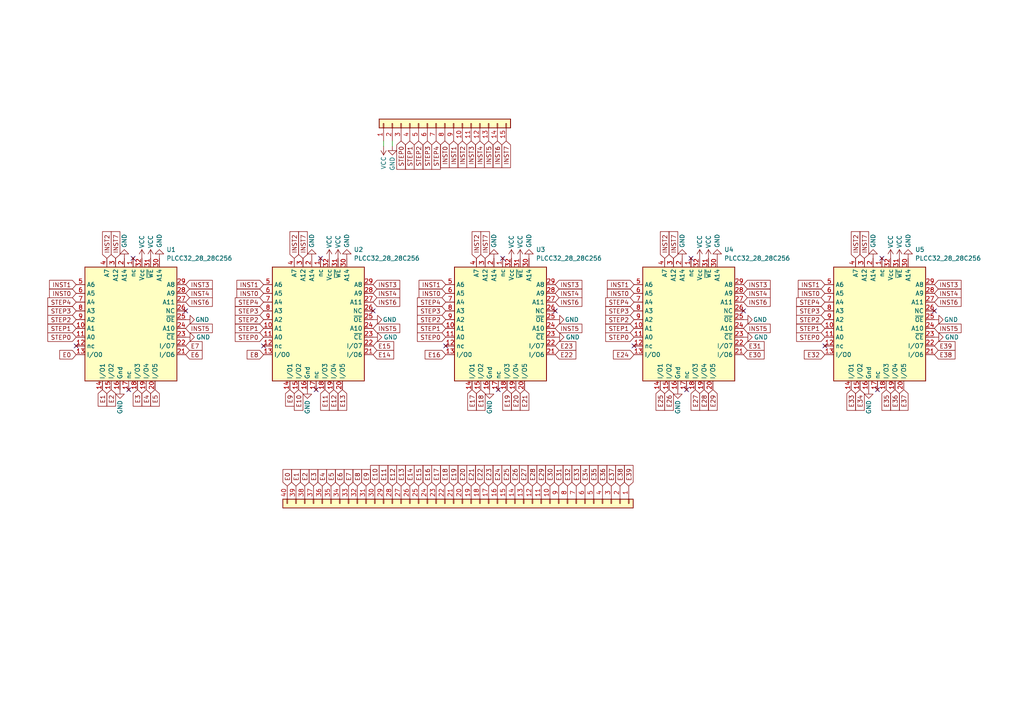
<source format=kicad_sch>
(kicad_sch (version 20211123) (generator eeschema)
  (paper "A4")
  (lib_symbols
    (symbol "Connector_Generic:Conn_01x15" (pin_names (offset 1.016) hide)
      (property "Reference" "J" (at 0 20.32 0))
      (property "Value" "Conn_01x15" (at 0 -20.32 0))
      (symbol "Conn_01x15_1_1"
        (rectangle (start -1.27 -17.653) (end 0 -17.907) (stroke (width 0.1524)))
        (rectangle (start -1.27 -15.113) (end 0 -15.367) (stroke (width 0.1524)))
        (rectangle (start -1.27 -12.573) (end 0 -12.827) (stroke (width 0.1524)))
        (rectangle (start -1.27 -10.033) (end 0 -10.287) (stroke (width 0.1524)))
        (rectangle (start -1.27 -7.493) (end 0 -7.747) (stroke (width 0.1524)))
        (rectangle (start -1.27 -4.953) (end 0 -5.207) (stroke (width 0.1524)))
        (rectangle (start -1.27 -2.413) (end 0 -2.667) (stroke (width 0.1524)))
        (rectangle (start -1.27 0.127) (end 0 -0.127) (stroke (width 0.1524)))
        (rectangle (start -1.27 2.667) (end 0 2.413) (stroke (width 0.1524)))
        (rectangle (start -1.27 5.207) (end 0 4.953) (stroke (width 0.1524)))
        (rectangle (start -1.27 7.747) (end 0 7.493) (stroke (width 0.1524)))
        (rectangle (start -1.27 10.287) (end 0 10.033) (stroke (width 0.1524)))
        (rectangle (start -1.27 12.827) (end 0 12.573) (stroke (width 0.1524)))
        (rectangle (start -1.27 15.367) (end 0 15.113) (stroke (width 0.1524)))
        (rectangle (start -1.27 17.907) (end 0 17.653) (stroke (width 0.1524)))
        (rectangle (start -1.27 19.05) (end 1.27 -19.05) (stroke (width 0.254)) (fill (type background)))
        (pin passive line (at -5.08 17.78 0) (length 3.81) (name "Pin_1") (number "1"))
        (pin passive line (at -5.08 -5.08 0) (length 3.81) (name "Pin_10") (number "10"))
        (pin passive line (at -5.08 -7.62 0) (length 3.81) (name "Pin_11") (number "11"))
        (pin passive line (at -5.08 -10.16 0) (length 3.81) (name "Pin_12") (number "12"))
        (pin passive line (at -5.08 -12.7 0) (length 3.81) (name "Pin_13") (number "13"))
        (pin passive line (at -5.08 -15.24 0) (length 3.81) (name "Pin_14") (number "14"))
        (pin passive line (at -5.08 -17.78 0) (length 3.81) (name "Pin_15") (number "15"))
        (pin passive line (at -5.08 15.24 0) (length 3.81) (name "Pin_2") (number "2"))
        (pin passive line (at -5.08 12.7 0) (length 3.81) (name "Pin_3") (number "3"))
        (pin passive line (at -5.08 10.16 0) (length 3.81) (name "Pin_4") (number "4"))
        (pin passive line (at -5.08 7.62 0) (length 3.81) (name "Pin_5") (number "5"))
        (pin passive line (at -5.08 5.08 0) (length 3.81) (name "Pin_6") (number "6"))
        (pin passive line (at -5.08 2.54 0) (length 3.81) (name "Pin_7") (number "7"))
        (pin passive line (at -5.08 0 0) (length 3.81) (name "Pin_8") (number "8"))
        (pin passive line (at -5.08 -2.54 0) (length 3.81) (name "Pin_9") (number "9"))
      )
    )
    (symbol "Connector_Generic:Conn_01x40" (pin_names (offset 1.016) hide)
      (property "Reference" "J" (at 0 50.8 0))
      (property "Value" "Conn_01x40" (at 0 -53.34 0))
      (symbol "Conn_01x40_1_1"
        (rectangle (start -1.27 -50.673) (end 0 -50.927) (stroke (width 0.1524)))
        (rectangle (start -1.27 -48.133) (end 0 -48.387) (stroke (width 0.1524)))
        (rectangle (start -1.27 -45.593) (end 0 -45.847) (stroke (width 0.1524)))
        (rectangle (start -1.27 -43.053) (end 0 -43.307) (stroke (width 0.1524)))
        (rectangle (start -1.27 -40.513) (end 0 -40.767) (stroke (width 0.1524)))
        (rectangle (start -1.27 -37.973) (end 0 -38.227) (stroke (width 0.1524)))
        (rectangle (start -1.27 -35.433) (end 0 -35.687) (stroke (width 0.1524)))
        (rectangle (start -1.27 -32.893) (end 0 -33.147) (stroke (width 0.1524)))
        (rectangle (start -1.27 -30.353) (end 0 -30.607) (stroke (width 0.1524)))
        (rectangle (start -1.27 -27.813) (end 0 -28.067) (stroke (width 0.1524)))
        (rectangle (start -1.27 -25.273) (end 0 -25.527) (stroke (width 0.1524)))
        (rectangle (start -1.27 -22.733) (end 0 -22.987) (stroke (width 0.1524)))
        (rectangle (start -1.27 -20.193) (end 0 -20.447) (stroke (width 0.1524)))
        (rectangle (start -1.27 -17.653) (end 0 -17.907) (stroke (width 0.1524)))
        (rectangle (start -1.27 -15.113) (end 0 -15.367) (stroke (width 0.1524)))
        (rectangle (start -1.27 -12.573) (end 0 -12.827) (stroke (width 0.1524)))
        (rectangle (start -1.27 -10.033) (end 0 -10.287) (stroke (width 0.1524)))
        (rectangle (start -1.27 -7.493) (end 0 -7.747) (stroke (width 0.1524)))
        (rectangle (start -1.27 -4.953) (end 0 -5.207) (stroke (width 0.1524)))
        (rectangle (start -1.27 -2.413) (end 0 -2.667) (stroke (width 0.1524)))
        (rectangle (start -1.27 0.127) (end 0 -0.127) (stroke (width 0.1524)))
        (rectangle (start -1.27 2.667) (end 0 2.413) (stroke (width 0.1524)))
        (rectangle (start -1.27 5.207) (end 0 4.953) (stroke (width 0.1524)))
        (rectangle (start -1.27 7.747) (end 0 7.493) (stroke (width 0.1524)))
        (rectangle (start -1.27 10.287) (end 0 10.033) (stroke (width 0.1524)))
        (rectangle (start -1.27 12.827) (end 0 12.573) (stroke (width 0.1524)))
        (rectangle (start -1.27 15.367) (end 0 15.113) (stroke (width 0.1524)))
        (rectangle (start -1.27 17.907) (end 0 17.653) (stroke (width 0.1524)))
        (rectangle (start -1.27 20.447) (end 0 20.193) (stroke (width 0.1524)))
        (rectangle (start -1.27 22.987) (end 0 22.733) (stroke (width 0.1524)))
        (rectangle (start -1.27 25.527) (end 0 25.273) (stroke (width 0.1524)))
        (rectangle (start -1.27 28.067) (end 0 27.813) (stroke (width 0.1524)))
        (rectangle (start -1.27 30.607) (end 0 30.353) (stroke (width 0.1524)))
        (rectangle (start -1.27 33.147) (end 0 32.893) (stroke (width 0.1524)))
        (rectangle (start -1.27 35.687) (end 0 35.433) (stroke (width 0.1524)))
        (rectangle (start -1.27 38.227) (end 0 37.973) (stroke (width 0.1524)))
        (rectangle (start -1.27 40.767) (end 0 40.513) (stroke (width 0.1524)))
        (rectangle (start -1.27 43.307) (end 0 43.053) (stroke (width 0.1524)))
        (rectangle (start -1.27 45.847) (end 0 45.593) (stroke (width 0.1524)))
        (rectangle (start -1.27 48.387) (end 0 48.133) (stroke (width 0.1524)))
        (rectangle (start -1.27 49.53) (end 1.27 -52.07) (stroke (width 0.254)) (fill (type background)))
        (pin passive line (at -5.08 48.26 0) (length 3.81) (name "Pin_1") (number "1"))
        (pin passive line (at -5.08 25.4 0) (length 3.81) (name "Pin_10") (number "10"))
        (pin passive line (at -5.08 22.86 0) (length 3.81) (name "Pin_11") (number "11"))
        (pin passive line (at -5.08 20.32 0) (length 3.81) (name "Pin_12") (number "12"))
        (pin passive line (at -5.08 17.78 0) (length 3.81) (name "Pin_13") (number "13"))
        (pin passive line (at -5.08 15.24 0) (length 3.81) (name "Pin_14") (number "14"))
        (pin passive line (at -5.08 12.7 0) (length 3.81) (name "Pin_15") (number "15"))
        (pin passive line (at -5.08 10.16 0) (length 3.81) (name "Pin_16") (number "16"))
        (pin passive line (at -5.08 7.62 0) (length 3.81) (name "Pin_17") (number "17"))
        (pin passive line (at -5.08 5.08 0) (length 3.81) (name "Pin_18") (number "18"))
        (pin passive line (at -5.08 2.54 0) (length 3.81) (name "Pin_19") (number "19"))
        (pin passive line (at -5.08 45.72 0) (length 3.81) (name "Pin_2") (number "2"))
        (pin passive line (at -5.08 0 0) (length 3.81) (name "Pin_20") (number "20"))
        (pin passive line (at -5.08 -2.54 0) (length 3.81) (name "Pin_21") (number "21"))
        (pin passive line (at -5.08 -5.08 0) (length 3.81) (name "Pin_22") (number "22"))
        (pin passive line (at -5.08 -7.62 0) (length 3.81) (name "Pin_23") (number "23"))
        (pin passive line (at -5.08 -10.16 0) (length 3.81) (name "Pin_24") (number "24"))
        (pin passive line (at -5.08 -12.7 0) (length 3.81) (name "Pin_25") (number "25"))
        (pin passive line (at -5.08 -15.24 0) (length 3.81) (name "Pin_26") (number "26"))
        (pin passive line (at -5.08 -17.78 0) (length 3.81) (name "Pin_27") (number "27"))
        (pin passive line (at -5.08 -20.32 0) (length 3.81) (name "Pin_28") (number "28"))
        (pin passive line (at -5.08 -22.86 0) (length 3.81) (name "Pin_29") (number "29"))
        (pin passive line (at -5.08 43.18 0) (length 3.81) (name "Pin_3") (number "3"))
        (pin passive line (at -5.08 -25.4 0) (length 3.81) (name "Pin_30") (number "30"))
        (pin passive line (at -5.08 -27.94 0) (length 3.81) (name "Pin_31") (number "31"))
        (pin passive line (at -5.08 -30.48 0) (length 3.81) (name "Pin_32") (number "32"))
        (pin passive line (at -5.08 -33.02 0) (length 3.81) (name "Pin_33") (number "33"))
        (pin passive line (at -5.08 -35.56 0) (length 3.81) (name "Pin_34") (number "34"))
        (pin passive line (at -5.08 -38.1 0) (length 3.81) (name "Pin_35") (number "35"))
        (pin passive line (at -5.08 -40.64 0) (length 3.81) (name "Pin_36") (number "36"))
        (pin passive line (at -5.08 -43.18 0) (length 3.81) (name "Pin_37") (number "37"))
        (pin passive line (at -5.08 -45.72 0) (length 3.81) (name "Pin_38") (number "38"))
        (pin passive line (at -5.08 -48.26 0) (length 3.81) (name "Pin_39") (number "39"))
        (pin passive line (at -5.08 40.64 0) (length 3.81) (name "Pin_4") (number "4"))
        (pin passive line (at -5.08 -50.8 0) (length 3.81) (name "Pin_40") (number "40"))
        (pin passive line (at -5.08 38.1 0) (length 3.81) (name "Pin_5") (number "5"))
        (pin passive line (at -5.08 35.56 0) (length 3.81) (name "Pin_6") (number "6"))
        (pin passive line (at -5.08 33.02 0) (length 3.81) (name "Pin_7") (number "7"))
        (pin passive line (at -5.08 30.48 0) (length 3.81) (name "Pin_8") (number "8"))
        (pin passive line (at -5.08 27.94 0) (length 3.81) (name "Pin_9") (number "9"))
      )
    )
    (symbol "Stephen:PLCC32_28_28C256"
      (property "Reference" "U" (at 19.05 -22.86 0))
      (property "Value" "PLCC32_28_28C256" (at 10.16 -20.32 0))
      (symbol "PLCC32_28_28C256_1_1"
        (rectangle (start -12.7 15.24) (end 13.97 -17.78) (stroke (width 0.254)) (fill (type background)))
        (pin no_connect line (at 1.27 17.78 270) (length 2.54) (name "nc") (number "1"))
        (pin input line (at -15.24 -2.54 0) (length 2.54) (name "A1") (number "10"))
        (pin input line (at -15.24 -5.08 0) (length 2.54) (name "A0") (number "11"))
        (pin no_connect line (at -15.24 -7.62 0) (length 2.54) (name "nc") (number "12"))
        (pin bidirectional line (at -15.24 -10.16 0) (length 2.54) (name "I/O0") (number "13"))
        (pin bidirectional line (at -7.62 -20.32 90) (length 2.54) (name "I/O1") (number "14"))
        (pin bidirectional line (at -5.08 -20.32 90) (length 2.54) (name "I/O2") (number "15"))
        (pin power_in line (at -2.54 -20.32 90) (length 2.54) (name "Gnd") (number "16"))
        (pin no_connect line (at 0 -20.32 90) (length 2.54) (name "nc") (number "17"))
        (pin bidirectional line (at 2.54 -20.32 90) (length 2.54) (name "I/O3") (number "18"))
        (pin bidirectional line (at 5.08 -20.32 90) (length 2.54) (name "I/O4") (number "19"))
        (pin input line (at -1.27 17.78 270) (length 2.54) (name "A14") (number "2"))
        (pin bidirectional line (at 7.62 -20.32 90) (length 2.54) (name "I/O5") (number "20"))
        (pin bidirectional line (at 16.51 -10.16 180) (length 2.54) (name "I/O6") (number "21"))
        (pin bidirectional line (at 16.51 -7.62 180) (length 2.54) (name "I/O7") (number "22"))
        (pin input line (at 16.51 -5.08 180) (length 2.54) (name "~{CE}") (number "23"))
        (pin input line (at 16.51 -2.54 180) (length 2.54) (name "A10") (number "24"))
        (pin input line (at 16.51 0 180) (length 2.54) (name "~{OE}") (number "25"))
        (pin no_connect line (at 16.51 2.54 180) (length 2.54) (name "NC") (number "26"))
        (pin input line (at 16.51 5.08 180) (length 2.54) (name "A11") (number "27"))
        (pin input line (at 16.51 7.62 180) (length 2.54) (name "A9") (number "28"))
        (pin input line (at 16.51 10.16 180) (length 2.54) (name "A8") (number "29"))
        (pin input line (at -3.81 17.78 270) (length 2.54) (name "A12") (number "3"))
        (pin input line (at 8.89 17.78 270) (length 2.54) (name "A14") (number "30"))
        (pin input line (at 6.35 17.78 270) (length 2.54) (name "~{WE}") (number "31"))
        (pin power_in line (at 3.81 17.78 270) (length 2.54) (name "Vcc") (number "32"))
        (pin input line (at -6.35 17.78 270) (length 2.54) (name "A7") (number "4"))
        (pin input line (at -15.24 10.16 0) (length 2.54) (name "A6") (number "5"))
        (pin input line (at -15.24 7.62 0) (length 2.54) (name "A5") (number "6"))
        (pin input line (at -15.24 5.08 0) (length 2.54) (name "A4") (number "7"))
        (pin input line (at -15.24 2.54 0) (length 2.54) (name "A3") (number "8"))
        (pin input line (at -15.24 0 0) (length 2.54) (name "A2") (number "9"))
      )
    )
    (symbol "power:GND" (power) (pin_names (offset 0))
      (property "Value" "GND" (at 0 -3.81 0))
      (symbol "GND_0_1"
        (polyline (pts (xy 0 0) (xy 0 -1.27) (xy 1.27 -1.27) (xy 0 -2.54) (xy -1.27 -1.27) (xy 0 -1.27)))
      )
      (symbol "GND_1_1"
        (pin power_in line (at 0 0 270) (length 0) hide (name "GND") (number "1"))
      )
    )
    (symbol "power:VCC" (power) (pin_names (offset 0))
      (property "Value" "VCC" (at 0 3.81 0))
      (symbol "VCC_0_1"
        (polyline (pts (xy -0.762 1.27) (xy 0 2.54)))
        (polyline (pts (xy 0 0) (xy 0 2.54)))
        (polyline (pts (xy 0 2.54) (xy 0.762 1.27)))
      )
      (symbol "VCC_1_1"
        (pin power_in line (at 0 0 90) (length 0) hide (name "VCC") (number "1"))
      )
    )
  )
  (no_connect (at 254.508 113.03))
  (no_connect (at 38.608 74.93))
  (no_connect (at 199.136 113.03))
  (no_connect (at 76.454 100.33))
  (no_connect (at 271.018 90.17))
  (no_connect (at 255.778 74.93))
  (no_connect (at 239.268 100.33))
  (no_connect (at 183.896 100.33))
  (no_connect (at 200.406 74.93))
  (no_connect (at 108.204 90.17))
  (no_connect (at 91.694 113.03))
  (no_connect (at 37.338 113.03))
  (no_connect (at 144.526 113.03))
  (no_connect (at 92.964 74.93))
  (no_connect (at 145.796 74.93))
  (no_connect (at 161.036 90.17))
  (no_connect (at 22.098 100.33))
  (no_connect (at 53.848 90.17))
  (no_connect (at 129.286 100.33))
  (no_connect (at 215.646 90.17))
  (wire (pts (xy 111.252 42.418) (xy 111.252 40.894)))
  (wire (pts (xy 113.792 42.418) (xy 113.792 40.894)))
  (global_label "INST6" (shape input) (at 215.646 87.63 0) (property "Intersheet References" "${INTERSHEET_REFS}" (effects hide)))
  (global_label "E9" (shape input) (at 84.074 113.03 270) (property "Intersheet References" "${INTERSHEET_REFS}" (effects hide)))
  (global_label "E12" (shape input) (at 96.774 113.03 270) (property "Intersheet References" "${INTERSHEET_REFS}" (effects hide)))
  (global_label "E10" (shape input) (at 108.712 140.97 90) (property "Intersheet References" "${INTERSHEET_REFS}" (effects hide)))
  (global_label "E39" (shape input) (at 182.372 140.97 90) (property "Intersheet References" "${INTERSHEET_REFS}" (effects hide)))
  (global_label "E21" (shape input) (at 136.652 140.97 90) (property "Intersheet References" "${INTERSHEET_REFS}" (effects hide)))
  (global_label "INST5" (shape input) (at 141.732 40.894 270) (property "Intersheet References" "${INTERSHEET_REFS}" (effects hide)))
  (global_label "INST4" (shape input) (at 108.204 85.09 0) (property "Intersheet References" "${INTERSHEET_REFS}" (effects hide)))
  (global_label "E13" (shape input) (at 99.314 113.03 270) (property "Intersheet References" "${INTERSHEET_REFS}" (effects hide)))
  (global_label "E38" (shape input) (at 271.018 102.87 0) (property "Intersheet References" "${INTERSHEET_REFS}" (effects hide)))
  (global_label "STEP4" (shape input) (at 76.454 87.63 180) (property "Intersheet References" "${INTERSHEET_REFS}" (effects hide)))
  (global_label "INST2" (shape input) (at 248.158 74.93 90) (property "Intersheet References" "${INTERSHEET_REFS}" (effects hide)))
  (global_label "INST0" (shape input) (at 239.268 85.09 180) (property "Intersheet References" "${INTERSHEET_REFS}" (effects hide)))
  (global_label "E17" (shape input) (at 126.492 140.97 90) (property "Intersheet References" "${INTERSHEET_REFS}" (effects hide)))
  (global_label "INST4" (shape input) (at 139.192 40.894 270) (property "Intersheet References" "${INTERSHEET_REFS}" (effects hide)))
  (global_label "INST2" (shape input) (at 134.112 40.894 270) (property "Intersheet References" "${INTERSHEET_REFS}" (effects hide)))
  (global_label "E19" (shape input) (at 147.066 113.03 270) (property "Intersheet References" "${INTERSHEET_REFS}" (effects hide)))
  (global_label "E28" (shape input) (at 204.216 113.03 270) (property "Intersheet References" "${INTERSHEET_REFS}" (effects hide)))
  (global_label "STEP0" (shape input) (at 183.896 97.79 180) (property "Intersheet References" "${INTERSHEET_REFS}" (effects hide)))
  (global_label "INST7" (shape input) (at 146.812 40.894 270) (property "Intersheet References" "${INTERSHEET_REFS}" (effects hide)))
  (global_label "STEP3" (shape input) (at 239.268 90.17 180) (property "Intersheet References" "${INTERSHEET_REFS}" (effects hide)))
  (global_label "STEP1" (shape input) (at 118.872 40.894 270) (property "Intersheet References" "${INTERSHEET_REFS}" (effects hide)))
  (global_label "STEP1" (shape input) (at 183.896 95.25 180) (property "Intersheet References" "${INTERSHEET_REFS}" (effects hide)))
  (global_label "E34" (shape input) (at 249.428 113.03 270) (property "Intersheet References" "${INTERSHEET_REFS}" (effects hide)))
  (global_label "STEP2" (shape input) (at 22.098 92.71 180) (property "Intersheet References" "${INTERSHEET_REFS}" (effects hide)))
  (global_label "STEP2" (shape input) (at 129.286 92.71 180) (property "Intersheet References" "${INTERSHEET_REFS}" (effects hide)))
  (global_label "E22" (shape input) (at 139.192 140.97 90) (property "Intersheet References" "${INTERSHEET_REFS}" (effects hide)))
  (global_label "INST5" (shape input) (at 215.646 95.25 0) (property "Intersheet References" "${INTERSHEET_REFS}" (effects hide)))
  (global_label "INST7" (shape input) (at 33.528 74.93 90) (property "Intersheet References" "${INTERSHEET_REFS}" (effects hide)))
  (global_label "E9" (shape input) (at 106.172 140.97 90) (property "Intersheet References" "${INTERSHEET_REFS}" (effects hide)))
  (global_label "INST6" (shape input) (at 144.272 40.894 270) (property "Intersheet References" "${INTERSHEET_REFS}" (effects hide)))
  (global_label "E3" (shape input) (at 90.932 140.97 90) (property "Intersheet References" "${INTERSHEET_REFS}" (effects hide)))
  (global_label "STEP2" (shape input) (at 76.454 92.71 180) (property "Intersheet References" "${INTERSHEET_REFS}" (effects hide)))
  (global_label "E13" (shape input) (at 116.332 140.97 90) (property "Intersheet References" "${INTERSHEET_REFS}" (effects hide)))
  (global_label "E11" (shape input) (at 94.234 113.03 270) (property "Intersheet References" "${INTERSHEET_REFS}" (effects hide)))
  (global_label "INST2" (shape input) (at 85.344 74.93 90) (property "Intersheet References" "${INTERSHEET_REFS}" (effects hide)))
  (global_label "INST0" (shape input) (at 129.286 85.09 180) (property "Intersheet References" "${INTERSHEET_REFS}" (effects hide)))
  (global_label "STEP3" (shape input) (at 76.454 90.17 180) (property "Intersheet References" "${INTERSHEET_REFS}" (effects hide)))
  (global_label "E7" (shape input) (at 101.092 140.97 90) (property "Intersheet References" "${INTERSHEET_REFS}" (effects hide)))
  (global_label "STEP3" (shape input) (at 22.098 90.17 180) (property "Intersheet References" "${INTERSHEET_REFS}" (effects hide)))
  (global_label "E24" (shape input) (at 183.896 102.87 180) (property "Intersheet References" "${INTERSHEET_REFS}" (effects hide)))
  (global_label "STEP4" (shape input) (at 126.492 40.894 270) (property "Intersheet References" "${INTERSHEET_REFS}" (effects hide)))
  (global_label "E4" (shape input) (at 42.418 113.03 270) (property "Intersheet References" "${INTERSHEET_REFS}" (effects hide)))
  (global_label "E29" (shape input) (at 156.972 140.97 90) (property "Intersheet References" "${INTERSHEET_REFS}" (effects hide)))
  (global_label "E31" (shape input) (at 162.052 140.97 90) (property "Intersheet References" "${INTERSHEET_REFS}" (effects hide)))
  (global_label "STEP2" (shape input) (at 239.268 92.71 180) (property "Intersheet References" "${INTERSHEET_REFS}" (effects hide)))
  (global_label "E32" (shape input) (at 239.268 102.87 180) (property "Intersheet References" "${INTERSHEET_REFS}" (effects hide)))
  (global_label "E28" (shape input) (at 154.432 140.97 90) (property "Intersheet References" "${INTERSHEET_REFS}" (effects hide)))
  (global_label "E20" (shape input) (at 134.112 140.97 90) (property "Intersheet References" "${INTERSHEET_REFS}" (effects hide)))
  (global_label "INST7" (shape input) (at 87.884 74.93 90) (property "Intersheet References" "${INTERSHEET_REFS}" (effects hide)))
  (global_label "STEP0" (shape input) (at 76.454 97.79 180) (property "Intersheet References" "${INTERSHEET_REFS}" (effects hide)))
  (global_label "E14" (shape input) (at 118.872 140.97 90) (property "Intersheet References" "${INTERSHEET_REFS}" (effects hide)))
  (global_label "E36" (shape input) (at 174.752 140.97 90) (property "Intersheet References" "${INTERSHEET_REFS}" (effects hide)))
  (global_label "E24" (shape input) (at 144.272 140.97 90) (property "Intersheet References" "${INTERSHEET_REFS}" (effects hide)))
  (global_label "E25" (shape input) (at 191.516 113.03 270) (property "Intersheet References" "${INTERSHEET_REFS}" (effects hide)))
  (global_label "E34" (shape input) (at 169.672 140.97 90) (property "Intersheet References" "${INTERSHEET_REFS}" (effects hide)))
  (global_label "INST1" (shape input) (at 76.454 82.55 180) (property "Intersheet References" "${INTERSHEET_REFS}" (effects hide)))
  (global_label "E2" (shape input) (at 32.258 113.03 270) (property "Intersheet References" "${INTERSHEET_REFS}" (effects hide)))
  (global_label "E36" (shape input) (at 259.588 113.03 270) (property "Intersheet References" "${INTERSHEET_REFS}" (effects hide)))
  (global_label "E7" (shape input) (at 53.848 100.33 0) (property "Intersheet References" "${INTERSHEET_REFS}" (effects hide)))
  (global_label "E0" (shape input) (at 83.312 140.97 90) (property "Intersheet References" "${INTERSHEET_REFS}" (effects hide)))
  (global_label "STEP0" (shape input) (at 116.332 40.894 270) (property "Intersheet References" "${INTERSHEET_REFS}" (effects hide)))
  (global_label "E27" (shape input) (at 201.676 113.03 270) (property "Intersheet References" "${INTERSHEET_REFS}" (effects hide)))
  (global_label "INST7" (shape input) (at 250.698 74.93 90) (property "Intersheet References" "${INTERSHEET_REFS}" (effects hide)))
  (global_label "INST6" (shape input) (at 161.036 87.63 0) (property "Intersheet References" "${INTERSHEET_REFS}" (effects hide)))
  (global_label "E30" (shape input) (at 215.646 102.87 0) (property "Intersheet References" "${INTERSHEET_REFS}" (effects hide)))
  (global_label "E8" (shape input) (at 103.632 140.97 90) (property "Intersheet References" "${INTERSHEET_REFS}" (effects hide)))
  (global_label "E5" (shape input) (at 96.012 140.97 90) (property "Intersheet References" "${INTERSHEET_REFS}" (effects hide)))
  (global_label "E33" (shape input) (at 246.888 113.03 270) (property "Intersheet References" "${INTERSHEET_REFS}" (effects hide)))
  (global_label "STEP2" (shape input) (at 121.412 40.894 270) (property "Intersheet References" "${INTERSHEET_REFS}" (effects hide)))
  (global_label "E20" (shape input) (at 149.606 113.03 270) (property "Intersheet References" "${INTERSHEET_REFS}" (effects hide)))
  (global_label "E4" (shape input) (at 93.472 140.97 90) (property "Intersheet References" "${INTERSHEET_REFS}" (effects hide)))
  (global_label "E14" (shape input) (at 108.204 102.87 0) (property "Intersheet References" "${INTERSHEET_REFS}" (effects hide)))
  (global_label "E3" (shape input) (at 39.878 113.03 270) (property "Intersheet References" "${INTERSHEET_REFS}" (effects hide)))
  (global_label "E23" (shape input) (at 161.036 100.33 0) (property "Intersheet References" "${INTERSHEET_REFS}" (effects hide)))
  (global_label "INST6" (shape input) (at 53.848 87.63 0) (property "Intersheet References" "${INTERSHEET_REFS}" (effects hide)))
  (global_label "STEP4" (shape input) (at 239.268 87.63 180) (property "Intersheet References" "${INTERSHEET_REFS}" (effects hide)))
  (global_label "E21" (shape input) (at 152.146 113.03 270) (property "Intersheet References" "${INTERSHEET_REFS}" (effects hide)))
  (global_label "INST3" (shape input) (at 53.848 82.55 0) (property "Intersheet References" "${INTERSHEET_REFS}" (effects hide)))
  (global_label "E6" (shape input) (at 98.552 140.97 90) (property "Intersheet References" "${INTERSHEET_REFS}" (effects hide)))
  (global_label "STEP4" (shape input) (at 22.098 87.63 180) (property "Intersheet References" "${INTERSHEET_REFS}" (effects hide)))
  (global_label "E32" (shape input) (at 164.592 140.97 90) (property "Intersheet References" "${INTERSHEET_REFS}" (effects hide)))
  (global_label "INST5" (shape input) (at 108.204 95.25 0) (property "Intersheet References" "${INTERSHEET_REFS}" (effects hide)))
  (global_label "STEP0" (shape input) (at 22.098 97.79 180) (property "Intersheet References" "${INTERSHEET_REFS}" (effects hide)))
  (global_label "E16" (shape input) (at 123.952 140.97 90) (property "Intersheet References" "${INTERSHEET_REFS}" (effects hide)))
  (global_label "INST6" (shape input) (at 271.018 87.63 0) (property "Intersheet References" "${INTERSHEET_REFS}" (effects hide)))
  (global_label "INST7" (shape input) (at 195.326 74.93 90) (property "Intersheet References" "${INTERSHEET_REFS}" (effects hide)))
  (global_label "E1" (shape input) (at 29.718 113.03 270) (property "Intersheet References" "${INTERSHEET_REFS}" (effects hide)))
  (global_label "INST6" (shape input) (at 108.204 87.63 0) (property "Intersheet References" "${INTERSHEET_REFS}" (effects hide)))
  (global_label "INST4" (shape input) (at 215.646 85.09 0) (property "Intersheet References" "${INTERSHEET_REFS}" (effects hide)))
  (global_label "E37" (shape input) (at 177.292 140.97 90) (property "Intersheet References" "${INTERSHEET_REFS}" (effects hide)))
  (global_label "STEP3" (shape input) (at 129.286 90.17 180) (property "Intersheet References" "${INTERSHEET_REFS}" (effects hide)))
  (global_label "STEP0" (shape input) (at 129.286 97.79 180) (property "Intersheet References" "${INTERSHEET_REFS}" (effects hide)))
  (global_label "E17" (shape input) (at 136.906 113.03 270) (property "Intersheet References" "${INTERSHEET_REFS}" (effects hide)))
  (global_label "INST0" (shape input) (at 22.098 85.09 180) (property "Intersheet References" "${INTERSHEET_REFS}" (effects hide)))
  (global_label "E11" (shape input) (at 111.252 140.97 90) (property "Intersheet References" "${INTERSHEET_REFS}" (effects hide)))
  (global_label "INST1" (shape input) (at 22.098 82.55 180) (property "Intersheet References" "${INTERSHEET_REFS}" (effects hide)))
  (global_label "INST4" (shape input) (at 271.018 85.09 0) (property "Intersheet References" "${INTERSHEET_REFS}" (effects hide)))
  (global_label "E15" (shape input) (at 121.412 140.97 90) (property "Intersheet References" "${INTERSHEET_REFS}" (effects hide)))
  (global_label "E22" (shape input) (at 161.036 102.87 0) (property "Intersheet References" "${INTERSHEET_REFS}" (effects hide)))
  (global_label "INST5" (shape input) (at 53.848 95.25 0) (property "Intersheet References" "${INTERSHEET_REFS}" (effects hide)))
  (global_label "INST2" (shape input) (at 138.176 74.93 90) (property "Intersheet References" "${INTERSHEET_REFS}" (effects hide)))
  (global_label "E18" (shape input) (at 139.446 113.03 270) (property "Intersheet References" "${INTERSHEET_REFS}" (effects hide)))
  (global_label "E37" (shape input) (at 262.128 113.03 270) (property "Intersheet References" "${INTERSHEET_REFS}" (effects hide)))
  (global_label "INST0" (shape input) (at 129.032 40.894 270) (property "Intersheet References" "${INTERSHEET_REFS}" (effects hide)))
  (global_label "INST1" (shape input) (at 129.286 82.55 180) (property "Intersheet References" "${INTERSHEET_REFS}" (effects hide)))
  (global_label "INST4" (shape input) (at 161.036 85.09 0) (property "Intersheet References" "${INTERSHEET_REFS}" (effects hide)))
  (global_label "E35" (shape input) (at 257.048 113.03 270) (property "Intersheet References" "${INTERSHEET_REFS}" (effects hide)))
  (global_label "E23" (shape input) (at 141.732 140.97 90) (property "Intersheet References" "${INTERSHEET_REFS}" (effects hide)))
  (global_label "E38" (shape input) (at 179.832 140.97 90) (property "Intersheet References" "${INTERSHEET_REFS}" (effects hide)))
  (global_label "E26" (shape input) (at 149.352 140.97 90) (property "Intersheet References" "${INTERSHEET_REFS}" (effects hide)))
  (global_label "E25" (shape input) (at 146.812 140.97 90) (property "Intersheet References" "${INTERSHEET_REFS}" (effects hide)))
  (global_label "INST3" (shape input) (at 161.036 82.55 0) (property "Intersheet References" "${INTERSHEET_REFS}" (effects hide)))
  (global_label "STEP1" (shape input) (at 129.286 95.25 180) (property "Intersheet References" "${INTERSHEET_REFS}" (effects hide)))
  (global_label "E30" (shape input) (at 159.512 140.97 90) (property "Intersheet References" "${INTERSHEET_REFS}" (effects hide)))
  (global_label "INST0" (shape input) (at 76.454 85.09 180) (property "Intersheet References" "${INTERSHEET_REFS}" (effects hide)))
  (global_label "E29" (shape input) (at 206.756 113.03 270) (property "Intersheet References" "${INTERSHEET_REFS}" (effects hide)))
  (global_label "E1" (shape input) (at 85.852 140.97 90) (property "Intersheet References" "${INTERSHEET_REFS}" (effects hide)))
  (global_label "E2" (shape input) (at 88.392 140.97 90) (property "Intersheet References" "${INTERSHEET_REFS}" (effects hide)))
  (global_label "E39" (shape input) (at 271.018 100.33 0) (property "Intersheet References" "${INTERSHEET_REFS}" (effects hide)))
  (global_label "STEP3" (shape input) (at 123.952 40.894 270) (property "Intersheet References" "${INTERSHEET_REFS}" (effects hide)))
  (global_label "E26" (shape input) (at 194.056 113.03 270) (property "Intersheet References" "${INTERSHEET_REFS}" (effects hide)))
  (global_label "STEP1" (shape input) (at 239.268 95.25 180) (property "Intersheet References" "${INTERSHEET_REFS}" (effects hide)))
  (global_label "E15" (shape input) (at 108.204 100.33 0) (property "Intersheet References" "${INTERSHEET_REFS}" (effects hide)))
  (global_label "INST1" (shape input) (at 183.896 82.55 180) (property "Intersheet References" "${INTERSHEET_REFS}" (effects hide)))
  (global_label "E5" (shape input) (at 44.958 113.03 270) (property "Intersheet References" "${INTERSHEET_REFS}" (effects hide)))
  (global_label "E16" (shape input) (at 129.286 102.87 180) (property "Intersheet References" "${INTERSHEET_REFS}" (effects hide)))
  (global_label "INST3" (shape input) (at 215.646 82.55 0) (property "Intersheet References" "${INTERSHEET_REFS}" (effects hide)))
  (global_label "INST3" (shape input) (at 271.018 82.55 0) (property "Intersheet References" "${INTERSHEET_REFS}" (effects hide)))
  (global_label "INST3" (shape input) (at 108.204 82.55 0) (property "Intersheet References" "${INTERSHEET_REFS}" (effects hide)))
  (global_label "E12" (shape input) (at 113.792 140.97 90) (property "Intersheet References" "${INTERSHEET_REFS}" (effects hide)))
  (global_label "STEP4" (shape input) (at 129.286 87.63 180) (property "Intersheet References" "${INTERSHEET_REFS}" (effects hide)))
  (global_label "INST0" (shape input) (at 183.896 85.09 180) (property "Intersheet References" "${INTERSHEET_REFS}" (effects hide)))
  (global_label "E10" (shape input) (at 86.614 113.03 270) (property "Intersheet References" "${INTERSHEET_REFS}" (effects hide)))
  (global_label "INST2" (shape input) (at 30.988 74.93 90) (property "Intersheet References" "${INTERSHEET_REFS}" (effects hide)))
  (global_label "E31" (shape input) (at 215.646 100.33 0) (property "Intersheet References" "${INTERSHEET_REFS}" (effects hide)))
  (global_label "E19" (shape input) (at 131.572 140.97 90) (property "Intersheet References" "${INTERSHEET_REFS}" (effects hide)))
  (global_label "E33" (shape input) (at 167.132 140.97 90) (property "Intersheet References" "${INTERSHEET_REFS}" (effects hide)))
  (global_label "INST7" (shape input) (at 140.716 74.93 90) (property "Intersheet References" "${INTERSHEET_REFS}" (effects hide)))
  (global_label "INST1" (shape input) (at 131.572 40.894 270) (property "Intersheet References" "${INTERSHEET_REFS}" (effects hide)))
  (global_label "STEP2" (shape input) (at 183.896 92.71 180) (property "Intersheet References" "${INTERSHEET_REFS}" (effects hide)))
  (global_label "STEP0" (shape input) (at 239.268 97.79 180) (property "Intersheet References" "${INTERSHEET_REFS}" (effects hide)))
  (global_label "STEP1" (shape input) (at 76.454 95.25 180) (property "Intersheet References" "${INTERSHEET_REFS}" (effects hide)))
  (global_label "E27" (shape input) (at 151.892 140.97 90) (property "Intersheet References" "${INTERSHEET_REFS}" (effects hide)))
  (global_label "STEP4" (shape input) (at 183.896 87.63 180) (property "Intersheet References" "${INTERSHEET_REFS}" (effects hide)))
  (global_label "INST1" (shape input) (at 239.268 82.55 180) (property "Intersheet References" "${INTERSHEET_REFS}" (effects hide)))
  (global_label "INST2" (shape input) (at 192.786 74.93 90) (property "Intersheet References" "${INTERSHEET_REFS}" (effects hide)))
  (global_label "INST4" (shape input) (at 53.848 85.09 0) (property "Intersheet References" "${INTERSHEET_REFS}" (effects hide)))
  (global_label "INST5" (shape input) (at 271.018 95.25 0) (property "Intersheet References" "${INTERSHEET_REFS}" (effects hide)))
  (global_label "E0" (shape input) (at 22.098 102.87 180) (property "Intersheet References" "${INTERSHEET_REFS}" (effects hide)))
  (global_label "E6" (shape input) (at 53.848 102.87 0) (property "Intersheet References" "${INTERSHEET_REFS}" (effects hide)))
  (global_label "STEP1" (shape input) (at 22.098 95.25 180) (property "Intersheet References" "${INTERSHEET_REFS}" (effects hide)))
  (global_label "INST3" (shape input) (at 136.652 40.894 270) (property "Intersheet References" "${INTERSHEET_REFS}" (effects hide)))
  (global_label "E8" (shape input) (at 76.454 102.87 180) (property "Intersheet References" "${INTERSHEET_REFS}" (effects hide)))
  (global_label "E35" (shape input) (at 172.212 140.97 90) (property "Intersheet References" "${INTERSHEET_REFS}" (effects hide)))
  (global_label "E18" (shape input) (at 129.032 140.97 90) (property "Intersheet References" "${INTERSHEET_REFS}" (effects hide)))
  (global_label "STEP3" (shape input) (at 183.896 90.17 180) (property "Intersheet References" "${INTERSHEET_REFS}" (effects hide)))
  (global_label "INST5" (shape input) (at 161.036 95.25 0) (property "Intersheet References" "${INTERSHEET_REFS}" (effects hide)))
  (symbol (lib_id "power:GND") (at 196.596 113.03 0) (unit 1)
    (property "Reference" "#PWR0114" (effects hide))
    (property "Value" "GND" (at 196.596 120.142 90) (effects (justify left)))
  )
  (symbol (lib_id "power:GND") (at 100.584 74.93 180) (unit 1)
    (property "Reference" "#PWR0135" (effects hide))
    (property "Value" "GND" (at 100.584 67.818 90) (effects (justify left)))
  )
  (symbol (lib_id "power:GND") (at 34.798 113.03 0) (unit 1)
    (property "Reference" "#PWR0126" (effects hide))
    (property "Value" "GND" (at 34.798 120.142 90) (effects (justify left)))
  )
  (symbol (lib_id "Stephen:PLCC32_28_28C256") (at 37.338 92.71 0) (unit 1)
    (property "Reference" "U1" (at 48.2474 72.39 0) (effects (justify left)))
    (property "Value" "PLCC32_28_28C256" (at 48.2474 74.93 0) (effects (justify left)))
    (property "Footprint" "Stephenv6:Microchip-32J-10_2001-B-IPC_A" (effects hide))
    (property "Datasheet" "http://ww1.microchip.com/downloads/en/DeviceDoc/doc0006.pdf" (effects hide))
  )
  (symbol (lib_id "Stephen:PLCC32_28_28C256") (at 144.526 92.71 0) (unit 1)
    (property "Reference" "U3" (at 155.4354 72.39 0) (effects (justify left)))
    (property "Value" "PLCC32_28_28C256" (at 155.4354 74.93 0) (effects (justify left)))
    (property "Footprint" "Stephenv6:Microchip-32J-10_2001-B-IPC_A" (effects hide))
    (property "Datasheet" "http://ww1.microchip.com/downloads/en/DeviceDoc/doc0006.pdf" (effects hide))
  )
  (symbol (lib_id "power:GND") (at 153.416 74.93 180) (unit 1)
    (property "Reference" "#PWR0113" (effects hide))
    (property "Value" "GND" (at 153.416 67.818 90) (effects (justify left)))
  )
  (symbol (lib_id "power:GND") (at 161.036 92.71 90) (unit 1)
    (property "Reference" "#PWR0108" (effects hide))
    (property "Value" "GND" (at 167.894 92.71 90) (effects (justify left)))
  )
  (symbol (lib_id "power:VCC") (at 202.946 74.93 0) (unit 1)
    (property "Reference" "#PWR0116" (effects hide))
    (property "Value" "VCC" (at 202.946 70.104 90))
  )
  (symbol (lib_id "power:VCC") (at 260.858 74.93 0) (unit 1)
    (property "Reference" "#PWR0101" (effects hide))
    (property "Value" "VCC" (at 260.858 70.104 90))
  )
  (symbol (lib_id "power:GND") (at 271.018 92.71 90) (unit 1)
    (property "Reference" "#PWR0103" (effects hide))
    (property "Value" "GND" (at 277.876 92.71 90) (effects (justify left)))
  )
  (symbol (lib_id "power:GND") (at 141.986 113.03 0) (unit 1)
    (property "Reference" "#PWR0119" (effects hide))
    (property "Value" "GND" (at 141.986 120.142 90) (effects (justify left)))
  )
  (symbol (lib_id "power:GND") (at 108.204 92.71 90) (unit 1)
    (property "Reference" "#PWR0127" (effects hide))
    (property "Value" "GND" (at 115.062 92.71 90) (effects (justify left)))
  )
  (symbol (lib_id "Stephen:PLCC32_28_28C256") (at 91.694 92.71 0) (unit 1)
    (property "Reference" "U2" (at 102.6034 72.39 0) (effects (justify left)))
    (property "Value" "PLCC32_28_28C256" (at 102.6034 74.93 0) (effects (justify left)))
    (property "Footprint" "Stephenv6:Microchip-32J-10_2001-B-IPC_A" (effects hide))
    (property "Datasheet" "http://ww1.microchip.com/downloads/en/DeviceDoc/doc0006.pdf" (effects hide))
  )
  (symbol (lib_id "power:GND") (at 108.204 97.79 90) (unit 1)
    (property "Reference" "#PWR0128" (effects hide))
    (property "Value" "GND" (at 115.316 97.79 90) (effects (justify left)))
  )
  (symbol (lib_id "power:GND") (at 46.228 74.93 180) (unit 1)
    (property "Reference" "#PWR0122" (effects hide))
    (property "Value" "GND" (at 46.228 67.818 90) (effects (justify left)))
  )
  (symbol (lib_id "power:VCC") (at 43.688 74.93 0) (unit 1)
    (property "Reference" "#PWR0123" (effects hide))
    (property "Value" "VCC" (at 43.688 70.104 90))
  )
  (symbol (lib_id "power:GND") (at 197.866 74.93 180) (unit 1)
    (property "Reference" "#PWR0115" (effects hide))
    (property "Value" "GND" (at 197.866 67.818 90) (effects (justify left)))
  )
  (symbol (lib_id "power:VCC") (at 258.318 74.93 0) (unit 1)
    (property "Reference" "#PWR0131" (effects hide))
    (property "Value" "VCC" (at 258.318 70.104 90))
  )
  (symbol (lib_id "power:VCC") (at 98.044 74.93 0) (unit 1)
    (property "Reference" "#PWR0137" (effects hide))
    (property "Value" "VCC" (at 98.044 70.104 90))
  )
  (symbol (lib_id "power:GND") (at 90.424 74.93 180) (unit 1)
    (property "Reference" "#PWR0136" (effects hide))
    (property "Value" "GND" (at 90.424 67.818 90) (effects (justify left)))
  )
  (symbol (lib_id "power:VCC") (at 95.504 74.93 0) (unit 1)
    (property "Reference" "#PWR0132" (effects hide))
    (property "Value" "VCC" (at 95.504 70.104 90))
  )
  (symbol (lib_id "power:GND") (at 253.238 74.93 180) (unit 1)
    (property "Reference" "#PWR0130" (effects hide))
    (property "Value" "GND" (at 253.238 67.818 90) (effects (justify left)))
  )
  (symbol (lib_id "Connector_Generic:Conn_01x40") (at 134.112 146.05 270) (unit 1)
    (property "Reference" "J4" (effects hide))
    (property "Value" "Conn_01x40" (effects hide))
    (property "Footprint" "Connector_PinHeader_2.54mm:PinHeader_1x40_P2.54mm_Vertical" (effects hide))
  )
  (symbol (lib_id "power:GND") (at 208.026 74.93 180) (unit 1)
    (property "Reference" "#PWR0118" (effects hide))
    (property "Value" "GND" (at 208.026 67.818 90) (effects (justify left)))
  )
  (symbol (lib_id "power:GND") (at 89.154 113.03 0) (unit 1)
    (property "Reference" "#PWR0107" (effects hide))
    (property "Value" "GND" (at 89.154 120.142 90) (effects (justify left)))
  )
  (symbol (lib_id "power:GND") (at 36.068 74.93 180) (unit 1)
    (property "Reference" "#PWR0121" (effects hide))
    (property "Value" "GND" (at 36.068 67.818 90) (effects (justify left)))
  )
  (symbol (lib_id "power:GND") (at 53.848 97.79 90) (unit 1)
    (property "Reference" "#PWR0124" (effects hide))
    (property "Value" "GND" (at 60.96 97.79 90) (effects (justify left)))
  )
  (symbol (lib_id "power:VCC") (at 205.486 74.93 0) (unit 1)
    (property "Reference" "#PWR0117" (effects hide))
    (property "Value" "VCC" (at 205.486 70.104 90))
  )
  (symbol (lib_id "power:VCC") (at 148.336 74.93 0) (unit 1)
    (property "Reference" "#PWR0111" (effects hide))
    (property "Value" "VCC" (at 148.336 70.104 90))
  )
  (symbol (lib_id "Stephen:PLCC32_28_28C256") (at 199.136 92.71 0) (unit 1)
    (property "Reference" "U4" (at 210.0454 72.39 0) (effects (justify left)))
    (property "Value" "PLCC32_28_28C256" (at 210.0454 74.93 0) (effects (justify left)))
    (property "Footprint" "Stephenv6:Microchip-32J-10_2001-B-IPC_A" (effects hide))
    (property "Datasheet" "http://ww1.microchip.com/downloads/en/DeviceDoc/doc0006.pdf" (effects hide))
  )
  (symbol (lib_id "Connector_Generic:Conn_01x15") (at 129.032 35.814 90) (unit 1)
    (property "Reference" "J1" (effects hide))
    (property "Value" "Conn_01x15" (effects hide))
    (property "Footprint" "Connector_PinHeader_2.54mm:PinHeader_1x15_P2.54mm_Vertical" (effects hide))
    (property "Field4" "GPR Control Bus" (effects hide))
  )
  (symbol (lib_id "power:GND") (at 263.398 74.93 180) (unit 1)
    (property "Reference" "#PWR0129" (effects hide))
    (property "Value" "GND" (at 263.398 67.818 90) (effects (justify left)))
  )
  (symbol (lib_id "power:GND") (at 113.792 42.418 0) (unit 1)
    (property "Reference" "#PWR0133" (effects hide))
    (property "Value" "GND" (at 113.792 49.53 90) (effects (justify left)))
  )
  (symbol (lib_id "power:VCC") (at 150.876 74.93 0) (unit 1)
    (property "Reference" "#PWR0110" (effects hide))
    (property "Value" "VCC" (at 150.876 70.104 90))
  )
  (symbol (lib_id "power:GND") (at 161.036 97.79 90) (unit 1)
    (property "Reference" "#PWR0109" (effects hide))
    (property "Value" "GND" (at 168.148 97.79 90) (effects (justify left)))
  )
  (symbol (lib_id "power:GND") (at 143.256 74.93 180) (unit 1)
    (property "Reference" "#PWR0112" (effects hide))
    (property "Value" "GND" (at 143.256 67.818 90) (effects (justify left)))
  )
  (symbol (lib_id "Stephen:PLCC32_28_28C256") (at 254.508 92.71 0) (unit 1)
    (property "Reference" "U5" (at 265.4174 72.39 0) (effects (justify left)))
    (property "Value" "PLCC32_28_28C256" (at 265.4174 74.93 0) (effects (justify left)))
    (property "Footprint" "Stephenv6:Microchip-32J-10_2001-B-IPC_A" (effects hide))
    (property "Datasheet" "http://ww1.microchip.com/downloads/en/DeviceDoc/doc0006.pdf" (effects hide))
  )
  (symbol (lib_id "power:GND") (at 271.018 97.79 90) (unit 1)
    (property "Reference" "#PWR0102" (effects hide))
    (property "Value" "GND" (at 278.13 97.79 90) (effects (justify left)))
  )
  (symbol (lib_id "power:GND") (at 215.646 92.71 90) (unit 1)
    (property "Reference" "#PWR0105" (effects hide))
    (property "Value" "GND" (at 222.504 92.71 90) (effects (justify left)))
  )
  (symbol (lib_id "power:GND") (at 215.646 97.79 90) (unit 1)
    (property "Reference" "#PWR0106" (effects hide))
    (property "Value" "GND" (at 222.758 97.79 90) (effects (justify left)))
  )
  (symbol (lib_id "power:VCC") (at 111.252 42.418 180) (unit 1)
    (property "Reference" "#PWR0134" (effects hide))
    (property "Value" "VCC" (at 111.252 47.244 90))
  )
  (symbol (lib_id "power:GND") (at 53.848 92.71 90) (unit 1)
    (property "Reference" "#PWR0125" (effects hide))
    (property "Value" "GND" (at 60.706 92.71 90) (effects (justify left)))
  )
  (symbol (lib_id "power:GND") (at 251.968 113.03 0) (unit 1)
    (property "Reference" "#PWR0104" (effects hide))
    (property "Value" "GND" (at 251.968 120.142 90) (effects (justify left)))
  )
  (symbol (lib_id "power:VCC") (at 41.148 74.93 0) (unit 1)
    (property "Reference" "#PWR0120" (effects hide))
    (property "Value" "VCC" (at 41.148 70.104 90))
  )
)
</source>
